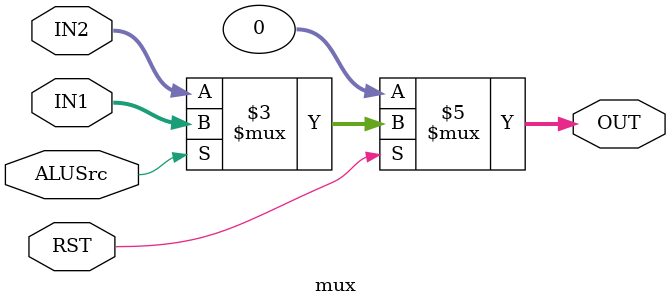
<source format=v>
module mux(IN1, IN2, OUT, ALUSrc, RST);

input RST;
input ALUSrc;
input [31:0] IN1;
input [31:0] IN2;

output reg [31:0] OUT;
always @(*) begin
    if(RST == 0) OUT = 0; else
        OUT = ALUSrc ? IN1 : IN2;
end

endmodule
</source>
